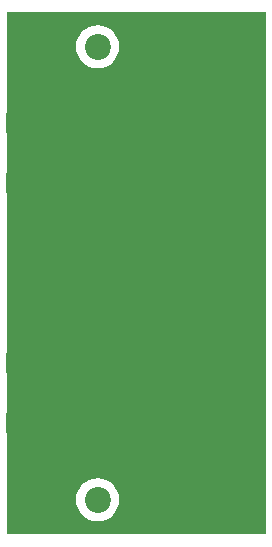
<source format=gbl>
G04*
G04 #@! TF.GenerationSoftware,Altium Limited,Altium Designer,24.4.1 (13)*
G04*
G04 Layer_Physical_Order=2*
G04 Layer_Color=16711680*
%FSLAX25Y25*%
%MOIN*%
G70*
G04*
G04 #@! TF.SameCoordinates,E101684F-62CE-472E-B8B6-B79B7EA84F3C*
G04*
G04*
G04 #@! TF.FilePolarity,Positive*
G04*
G01*
G75*
%ADD24R,0.16000X0.07000*%
%ADD30C,0.08661*%
%ADD31C,0.02400*%
G36*
X87512Y1071D02*
X1071D01*
Y174929D01*
X87512D01*
X87512Y1071D01*
D02*
G37*
%LPC*%
G36*
X31291Y170690D02*
X29889Y170552D01*
X28540Y170143D01*
X27297Y169478D01*
X26207Y168584D01*
X25313Y167495D01*
X24648Y166252D01*
X24239Y164903D01*
X24101Y163500D01*
X24239Y162097D01*
X24648Y160749D01*
X25313Y159505D01*
X26207Y158416D01*
X27297Y157522D01*
X28540Y156857D01*
X29889Y156448D01*
X31291Y156310D01*
X32694Y156448D01*
X34043Y156857D01*
X35286Y157522D01*
X36375Y158416D01*
X37270Y159505D01*
X37934Y160749D01*
X38343Y162097D01*
X38482Y163500D01*
X38343Y164903D01*
X37934Y166252D01*
X37270Y167495D01*
X36375Y168584D01*
X35286Y169478D01*
X34043Y170143D01*
X32694Y170552D01*
X31291Y170690D01*
D02*
G37*
G36*
Y19690D02*
X29889Y19552D01*
X28540Y19143D01*
X27297Y18478D01*
X26207Y17584D01*
X25313Y16495D01*
X24648Y15252D01*
X24239Y13903D01*
X24101Y12500D01*
X24239Y11097D01*
X24648Y9748D01*
X25313Y8505D01*
X26207Y7416D01*
X27297Y6522D01*
X28540Y5857D01*
X29889Y5448D01*
X31291Y5310D01*
X32694Y5448D01*
X34043Y5857D01*
X35286Y6522D01*
X36375Y7416D01*
X37270Y8505D01*
X37934Y9748D01*
X38343Y11097D01*
X38482Y12500D01*
X38343Y13903D01*
X37934Y15252D01*
X37270Y16495D01*
X36375Y17584D01*
X35286Y18478D01*
X34043Y19143D01*
X32694Y19552D01*
X31291Y19690D01*
D02*
G37*
%LPD*%
D24*
X8950Y58000D02*
D03*
Y38000D02*
D03*
X79450Y58000D02*
D03*
Y78000D02*
D03*
Y98000D02*
D03*
Y118000D02*
D03*
Y138000D02*
D03*
Y158000D02*
D03*
X8950Y138000D02*
D03*
Y118000D02*
D03*
X79450Y18000D02*
D03*
Y38000D02*
D03*
D30*
X31291Y12500D02*
D03*
Y163500D02*
D03*
D31*
X2791Y3000D02*
D03*
X82791D02*
D03*
X85791Y8000D02*
D03*
X2791D02*
D03*
X7791Y3000D02*
D03*
X13291D02*
D03*
X17791D02*
D03*
X22791D02*
D03*
X27791D02*
D03*
X32791D02*
D03*
X37791D02*
D03*
X42791D02*
D03*
X47791D02*
D03*
X52791D02*
D03*
X57791D02*
D03*
X62791D02*
D03*
X67791D02*
D03*
X72791D02*
D03*
X77791D02*
D03*
X2791Y173000D02*
D03*
X85791D02*
D03*
Y168000D02*
D03*
X2791D02*
D03*
X25791Y48000D02*
D03*
X30791D02*
D03*
X35791D02*
D03*
X40791D02*
D03*
X45791D02*
D03*
X8950Y42200D02*
D03*
X13950D02*
D03*
X18950D02*
D03*
X23950Y40000D02*
D03*
X28950Y38500D02*
D03*
X33950D02*
D03*
X38950Y39500D02*
D03*
X39950Y34500D02*
D03*
X54450Y24000D02*
D03*
X59450D02*
D03*
X64450Y24500D02*
D03*
X69450Y23500D02*
D03*
X79450Y22200D02*
D03*
X49450Y25000D02*
D03*
X45450Y27000D02*
D03*
X41950Y30500D02*
D03*
X84450Y33800D02*
D03*
X79450D02*
D03*
X74450D02*
D03*
X69450Y32500D02*
D03*
X64450Y31500D02*
D03*
X59450Y32000D02*
D03*
X54450D02*
D03*
X3950Y42200D02*
D03*
X3950Y53800D02*
D03*
X38950Y56500D02*
D03*
X33950Y57500D02*
D03*
X28950D02*
D03*
X23950Y56000D02*
D03*
X18950Y53800D02*
D03*
X13950D02*
D03*
X8950D02*
D03*
X84450Y22200D02*
D03*
X74450D02*
D03*
Y62200D02*
D03*
X84450D02*
D03*
X74450Y73800D02*
D03*
X79450D02*
D03*
X84450D02*
D03*
X79450Y62200D02*
D03*
X49450Y33000D02*
D03*
X46950Y37000D02*
D03*
X47950Y42000D02*
D03*
X55950Y39491D02*
D03*
X60950Y40000D02*
D03*
X64950Y43000D02*
D03*
X67950Y47000D02*
D03*
X69950Y51500D02*
D03*
Y61500D02*
D03*
X60950Y56500D02*
D03*
Y61500D02*
D03*
X63450Y66000D02*
D03*
X66950Y69500D02*
D03*
X69450Y73800D02*
D03*
X37950Y61500D02*
D03*
X47950Y61453D02*
D03*
X47450Y56453D02*
D03*
X48450Y51453D02*
D03*
X50450Y46453D02*
D03*
X51950Y41953D02*
D03*
X42950Y69000D02*
D03*
X37950Y66500D02*
D03*
X47950D02*
D03*
X69950Y56500D02*
D03*
X60950Y51500D02*
D03*
X59450Y47500D02*
D03*
X55950Y46491D02*
D03*
X55950Y129509D02*
D03*
X59450Y128500D02*
D03*
X60950Y124500D02*
D03*
X69950Y119500D02*
D03*
X47950Y109500D02*
D03*
X37950D02*
D03*
X42950Y107000D02*
D03*
X51950Y134047D02*
D03*
X50450Y129547D02*
D03*
X48450Y124547D02*
D03*
X47450Y119547D02*
D03*
X47950Y114547D02*
D03*
X37950Y114500D02*
D03*
X69450Y102200D02*
D03*
X66950Y106500D02*
D03*
X63450Y110000D02*
D03*
X60950Y114500D02*
D03*
Y119500D02*
D03*
X69950Y114500D02*
D03*
Y124500D02*
D03*
X67950Y129000D02*
D03*
X64950Y133000D02*
D03*
X60950Y136000D02*
D03*
X55950Y136509D02*
D03*
X47950Y134000D02*
D03*
X46950Y139000D02*
D03*
X49450Y143000D02*
D03*
X79450Y113800D02*
D03*
X84450Y102200D02*
D03*
X79450D02*
D03*
X74450D02*
D03*
X84450Y113800D02*
D03*
X74450D02*
D03*
Y153800D02*
D03*
X84450D02*
D03*
X8950Y122200D02*
D03*
X13950D02*
D03*
X18950D02*
D03*
X23950Y120000D02*
D03*
X28950Y118500D02*
D03*
X33950D02*
D03*
X38950Y119500D02*
D03*
X3950Y122200D02*
D03*
X3950Y133800D02*
D03*
X54450Y144000D02*
D03*
X59450D02*
D03*
X64450Y144500D02*
D03*
X69450Y143500D02*
D03*
X74450Y142200D02*
D03*
X79450D02*
D03*
X84450D02*
D03*
X41950Y145500D02*
D03*
X45450Y149000D02*
D03*
X49450Y151000D02*
D03*
X79450Y153800D02*
D03*
X69450Y152500D02*
D03*
X64450Y151500D02*
D03*
X59450Y152000D02*
D03*
X54450D02*
D03*
X39950Y141500D02*
D03*
X38950Y136500D02*
D03*
X33950Y137500D02*
D03*
X28950D02*
D03*
X23950Y136000D02*
D03*
X18950Y133800D02*
D03*
X13950D02*
D03*
X8950D02*
D03*
X45791Y128000D02*
D03*
X40791D02*
D03*
X35791D02*
D03*
X30791D02*
D03*
X25791D02*
D03*
X5791Y88000D02*
D03*
X10791D02*
D03*
X15791D02*
D03*
X20791D02*
D03*
X25791D02*
D03*
X30791D02*
D03*
X35791D02*
D03*
X40791D02*
D03*
X45791D02*
D03*
X50791D02*
D03*
X55791D02*
D03*
X60791D02*
D03*
X65791D02*
D03*
X70791D02*
D03*
X75791D02*
D03*
X80791D02*
D03*
X85791Y13000D02*
D03*
Y18000D02*
D03*
Y38000D02*
D03*
Y43000D02*
D03*
Y48000D02*
D03*
Y53000D02*
D03*
Y58000D02*
D03*
Y78000D02*
D03*
Y83000D02*
D03*
X10791Y173000D02*
D03*
X15791D02*
D03*
X20791D02*
D03*
X25791D02*
D03*
X30791D02*
D03*
X35791D02*
D03*
X40791D02*
D03*
X45791D02*
D03*
X50791D02*
D03*
X55791D02*
D03*
X60791D02*
D03*
X65791D02*
D03*
X70791D02*
D03*
X75791D02*
D03*
X80791D02*
D03*
X85791Y163000D02*
D03*
Y158000D02*
D03*
Y138000D02*
D03*
Y133000D02*
D03*
Y128000D02*
D03*
Y123000D02*
D03*
Y118000D02*
D03*
Y98000D02*
D03*
Y93000D02*
D03*
Y88000D02*
D03*
X2791Y13000D02*
D03*
Y18000D02*
D03*
Y23000D02*
D03*
Y28000D02*
D03*
Y33000D02*
D03*
Y38000D02*
D03*
Y58000D02*
D03*
Y63000D02*
D03*
Y68000D02*
D03*
Y73000D02*
D03*
Y78000D02*
D03*
Y83000D02*
D03*
Y163000D02*
D03*
Y158000D02*
D03*
Y153000D02*
D03*
Y148000D02*
D03*
Y143000D02*
D03*
Y138000D02*
D03*
Y118000D02*
D03*
Y113000D02*
D03*
Y108000D02*
D03*
Y103000D02*
D03*
Y98000D02*
D03*
Y93000D02*
D03*
Y88000D02*
D03*
M02*

</source>
